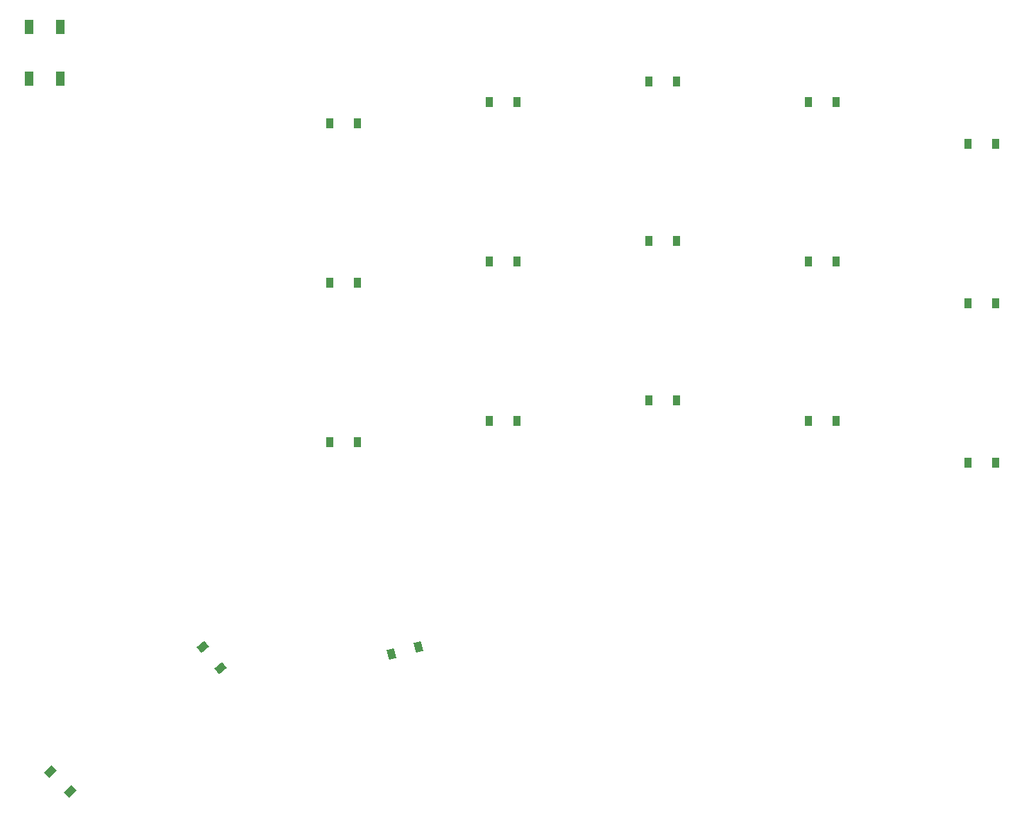
<source format=gbr>
%TF.GenerationSoftware,KiCad,Pcbnew,7.0.10*%
%TF.CreationDate,2024-02-19T14:22:16+02:00*%
%TF.ProjectId,juubo_right_final,6a757562-6f5f-4726-9967-68745f66696e,v1.0.0*%
%TF.SameCoordinates,Original*%
%TF.FileFunction,Paste,Top*%
%TF.FilePolarity,Positive*%
%FSLAX46Y46*%
G04 Gerber Fmt 4.6, Leading zero omitted, Abs format (unit mm)*
G04 Created by KiCad (PCBNEW 7.0.10) date 2024-02-19 14:22:16*
%MOMM*%
%LPD*%
G01*
G04 APERTURE LIST*
G04 Aperture macros list*
%AMRotRect*
0 Rectangle, with rotation*
0 The origin of the aperture is its center*
0 $1 length*
0 $2 width*
0 $3 Rotation angle, in degrees counterclockwise*
0 Add horizontal line*
21,1,$1,$2,0,0,$3*%
G04 Aperture macros list end*
%ADD10R,1.100000X1.800000*%
%ADD11R,0.900000X1.200000*%
%ADD12RotRect,0.900000X1.200000X130.000000*%
%ADD13RotRect,0.900000X1.200000X15.000000*%
%ADD14RotRect,0.900000X1.200000X135.000000*%
G04 APERTURE END LIST*
D10*
%TO.C,B1*%
X281124804Y-54809003D03*
X281124804Y-61009003D03*
X277424804Y-54809003D03*
X277424804Y-61009003D03*
%TD*%
D11*
%TO.C,D10*%
X332402303Y-101899005D03*
X335702303Y-101899005D03*
%TD*%
%TO.C,D1*%
X389552306Y-106899003D03*
X392852306Y-106899003D03*
%TD*%
%TO.C,D8*%
X351452303Y-80349006D03*
X354752303Y-80349006D03*
%TD*%
%TO.C,D14*%
X313352307Y-85349004D03*
X316652307Y-85349004D03*
%TD*%
%TO.C,D2*%
X389552303Y-87849005D03*
X392852303Y-87849005D03*
%TD*%
%TO.C,D12*%
X332402306Y-63799006D03*
X335702306Y-63799006D03*
%TD*%
%TO.C,D4*%
X370502303Y-101899007D03*
X373802303Y-101899007D03*
%TD*%
%TO.C,D7*%
X351452302Y-99399004D03*
X354752302Y-99399004D03*
%TD*%
%TO.C,D13*%
X313352301Y-104399010D03*
X316652301Y-104399010D03*
%TD*%
%TO.C,D6*%
X370502304Y-63799004D03*
X373802304Y-63799004D03*
%TD*%
%TO.C,D11*%
X332402306Y-82849006D03*
X335702306Y-82849006D03*
%TD*%
D12*
%TO.C,D17*%
X300282473Y-131431947D03*
X298161273Y-128904001D03*
%TD*%
D11*
%TO.C,D15*%
X313352302Y-66299007D03*
X316652302Y-66299007D03*
%TD*%
D13*
%TO.C,D16*%
X320702623Y-129705686D03*
X323890179Y-128851584D03*
%TD*%
D14*
%TO.C,D18*%
X282349362Y-146120505D03*
X280015910Y-143787053D03*
%TD*%
D11*
%TO.C,D3*%
X389552303Y-68799001D03*
X392852303Y-68799001D03*
%TD*%
%TO.C,D5*%
X370502308Y-82849005D03*
X373802308Y-82849005D03*
%TD*%
%TO.C,D9*%
X351452304Y-61299004D03*
X354752304Y-61299004D03*
%TD*%
M02*

</source>
